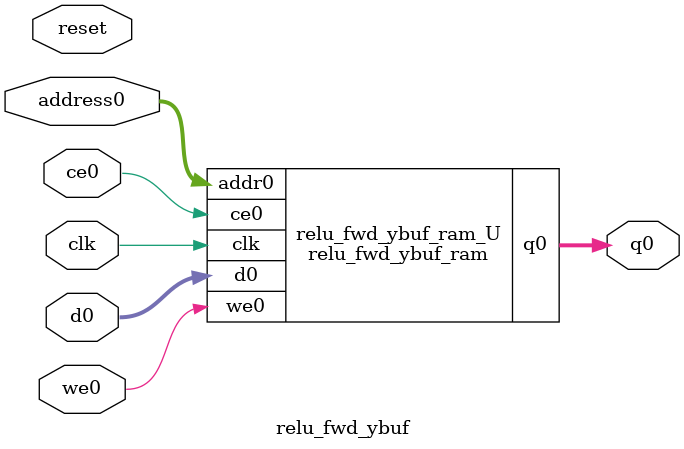
<source format=v>
`timescale 1 ns / 1 ps
module relu_fwd_ybuf_ram (addr0, ce0, d0, we0, q0,  clk);

parameter DWIDTH = 32;
parameter AWIDTH = 7;
parameter MEM_SIZE = 100;

input[AWIDTH-1:0] addr0;
input ce0;
input[DWIDTH-1:0] d0;
input we0;
output reg[DWIDTH-1:0] q0;
input clk;

reg [DWIDTH-1:0] ram[0:MEM_SIZE-1];




always @(posedge clk)  
begin 
    if (ce0) begin
        if (we0) 
            ram[addr0] <= d0; 
        q0 <= ram[addr0];
    end
end


endmodule

`timescale 1 ns / 1 ps
module relu_fwd_ybuf(
    reset,
    clk,
    address0,
    ce0,
    we0,
    d0,
    q0);

parameter DataWidth = 32'd32;
parameter AddressRange = 32'd100;
parameter AddressWidth = 32'd7;
input reset;
input clk;
input[AddressWidth - 1:0] address0;
input ce0;
input we0;
input[DataWidth - 1:0] d0;
output[DataWidth - 1:0] q0;



relu_fwd_ybuf_ram relu_fwd_ybuf_ram_U(
    .clk( clk ),
    .addr0( address0 ),
    .ce0( ce0 ),
    .we0( we0 ),
    .d0( d0 ),
    .q0( q0 ));

endmodule


</source>
